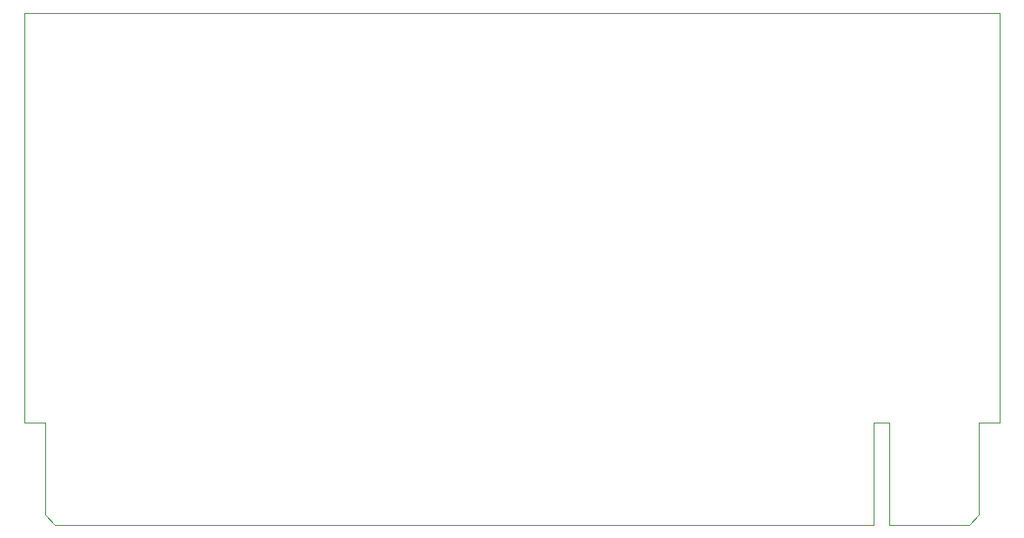
<source format=gm1>
G04 #@! TF.GenerationSoftware,KiCad,Pcbnew,8.0.5*
G04 #@! TF.CreationDate,2024-11-25T10:28:40+11:00*
G04 #@! TF.ProjectId,Vic20_FlashCart,56696332-305f-4466-9c61-736843617274,rev?*
G04 #@! TF.SameCoordinates,Original*
G04 #@! TF.FileFunction,Profile,NP*
%FSLAX46Y46*%
G04 Gerber Fmt 4.6, Leading zero omitted, Abs format (unit mm)*
G04 Created by KiCad (PCBNEW 8.0.5) date 2024-11-25 10:28:40*
%MOMM*%
%LPD*%
G01*
G04 APERTURE LIST*
G04 #@! TA.AperFunction,Profile*
%ADD10C,0.050000*%
G04 #@! TD*
G04 APERTURE END LIST*
D10*
X181000000Y-114000000D02*
X182975000Y-114000000D01*
X90000000Y-114000000D02*
X88025000Y-114000000D01*
X88025000Y-74050000D02*
X182975000Y-74050000D01*
X172250000Y-124000000D02*
X180000000Y-124000000D01*
X181000000Y-123000000D02*
X180000000Y-124000000D01*
X170750000Y-114000000D02*
X170750000Y-124000000D01*
X88025000Y-74050000D02*
X88025000Y-114000000D01*
X90000000Y-123000000D02*
X90000000Y-114000000D01*
X172250000Y-114000000D02*
X170750000Y-114000000D01*
X170750000Y-124000000D02*
X91000000Y-124000000D01*
X182975000Y-114000000D02*
X182975000Y-74050000D01*
X181000000Y-114000000D02*
X181000000Y-123000000D01*
X91000000Y-124000000D02*
X90000000Y-123000000D01*
X172250000Y-124000000D02*
X172250000Y-114000000D01*
M02*

</source>
